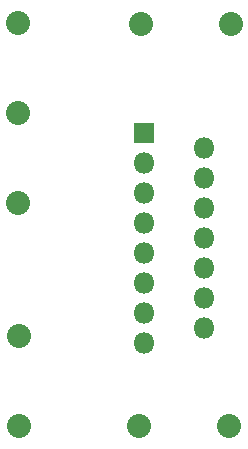
<source format=gbr>
%TF.GenerationSoftware,KiCad,Pcbnew,7.0.7*%
%TF.CreationDate,2024-04-29T21:33:31+09:00*%
%TF.ProjectId,l298n,6c323938-6e2e-46b6-9963-61645f706362,rev?*%
%TF.SameCoordinates,Original*%
%TF.FileFunction,Soldermask,Top*%
%TF.FilePolarity,Negative*%
%FSLAX46Y46*%
G04 Gerber Fmt 4.6, Leading zero omitted, Abs format (unit mm)*
G04 Created by KiCad (PCBNEW 7.0.7) date 2024-04-29 21:33:31*
%MOMM*%
%LPD*%
G01*
G04 APERTURE LIST*
%ADD10C,2.032000*%
%ADD11R,1.800000X1.800000*%
%ADD12O,1.800000X1.800000*%
G04 APERTURE END LIST*
D10*
%TO.C,J4*%
X113089999Y-111163401D03*
X113089999Y-118783401D03*
%TD*%
%TO.C,J3*%
X113010001Y-84606600D03*
X113010001Y-92226600D03*
X113010001Y-99846600D03*
%TD*%
%TO.C,J2*%
X123275000Y-118740000D03*
X130895000Y-118740000D03*
%TD*%
%TO.C,J1*%
X131008401Y-84750001D03*
X123388401Y-84750001D03*
%TD*%
D11*
%TO.C,U1*%
X123720000Y-93990000D03*
D12*
X128800000Y-95260000D03*
X123720000Y-96530000D03*
X128800000Y-97800000D03*
X123720000Y-99070000D03*
X128800000Y-100340000D03*
X123720000Y-101610000D03*
X128800000Y-102880000D03*
X123720000Y-104150000D03*
X128800000Y-105420000D03*
X123720000Y-106690000D03*
X128800000Y-107960000D03*
X123720000Y-109230000D03*
X128800000Y-110500000D03*
X123720000Y-111770000D03*
%TD*%
M02*

</source>
